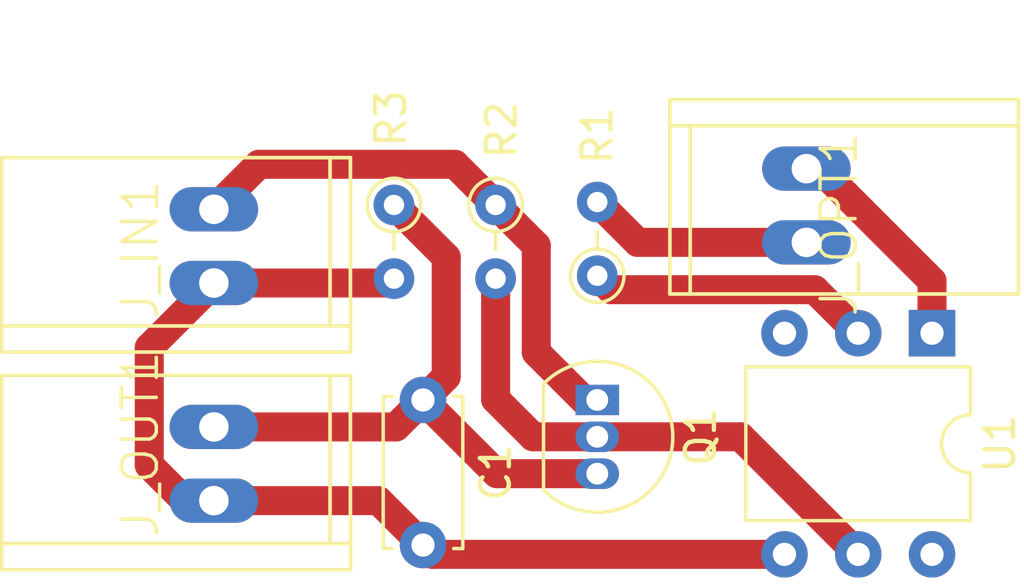
<source format=kicad_pcb>
(kicad_pcb (version 20220914) (generator pcbnew)
  (layers (0 "F.Cu" signal) (31 "B.Cu" signal) (34 "B.Paste" user) (35 "F.Paste" user) (36 "B.SilkS" user "B.Silkscreen") (37 "F.SilkS" user "F.Silkscreen") (38 "B.Mask" user) (39 "F.Mask" user) (44 "Edge.Cuts" user))
  (net 0 "")
  (net 1 "Net-(J_OUT1-Pin_2)")
  (net 2 "GND")
  (net 3 "Net-(U1-Pad1)")
  (net 4 "Net-(U1-Pad2)")
  (net 6 "Net-(R1-Pad2)")
  (net 7 "Net-(R2-Pad1)")
  (net 8 "Net-(R2-Pad2)")
  (footprint "Package_TO_SOT_THT:TO-92_Inline" (layer "F.Cu") (at 91.5 64 -90)
    (fp_text reference "Q1" (at 1.27 -3.56 90) (layer "F.SilkS"))
    (fp_text value "LP0701")
    (fp_line (start -0.53 1.85) (end 3.07 1.85) (stroke (width 0.12)) (layer "F.SilkS"))
    (fp_arc (start -0.568478 1.838478) (mid -1.132087 -0.994977) (end 1.27 -2.6) (stroke (width 0.12)) (layer "F.SilkS"))
    (fp_arc (start 1.27 -2.6) (mid 3.672087 -0.994977) (end 3.108478 1.838478) (stroke (width 0.12)) (layer "F.SilkS"))
    (pad "1" thru_hole rect (at 0 0 270) (size 1.05 1.5) (drill 0.75) (layers *.Cu *.Mask) (net 7 "Net-(R2-Pad1)"))
    (pad "2" thru_hole oval (at 1.27 0 270) (size 1.05 1.5) (drill 0.75) (layers *.Cu *.Mask) (net 8 "Net-(R2-Pad2)"))
    (pad "3" thru_hole oval (at 2.54 0 270) (size 1.05 1.5) (drill 0.75) (layers *.Cu *.Mask) (net 1 "Net-(J_OUT1-Pin_2)"))
  )
  (footprint "Resistor_THT:R_Axial_DIN0204_L3.6mm_D1.6mm_P2.54mm_Vertical" (layer "F.Cu") (at 84.5 57.28 -90)
    (fp_text reference "R3" (at -2.98 0.1 90) (layer "F.SilkS"))
    (fp_text value "R 10k")
    (fp_line (start 0.92 0) (end 1.54 0) (stroke (width 0.12)) (layer "F.SilkS"))
    (fp_circle (center 0 0) (end 0.92 0) (stroke (width 0.12)) (fill none) (layer "F.SilkS"))
    (pad "1" thru_hole circle (at 0 0 270) (size 1.4 1.4) (drill 0.7) (layers *.Cu *.Mask) (net 1 "Net-(J_OUT1-Pin_2)"))
    (pad "2" thru_hole oval (at 2.54 0 270) (size 1.4 1.4) (drill 0.7) (layers *.Cu *.Mask) (net 2 "GND"))
  )
  (footprint "Package_DIP:DIP-6_W7.62mm" (layer "F.Cu") (at 103.025 61.7 -90)
    (fp_text reference "U1" (at 3.81 -2.33 90) (layer "F.SilkS"))
    (fp_text value "MOC8101")
    (fp_line (start 1.16 -1.33) (end 1.16 6.41) (stroke (width 0.12)) (layer "F.SilkS"))
    (fp_line (start 1.16 6.41) (end 6.46 6.41) (stroke (width 0.12)) (layer "F.SilkS"))
    (fp_line (start 2.81 -1.33) (end 1.16 -1.33) (stroke (width 0.12)) (layer "F.SilkS"))
    (fp_line (start 6.46 -1.33) (end 4.81 -1.33) (stroke (width 0.12)) (layer "F.SilkS"))
    (fp_line (start 6.46 6.41) (end 6.46 -1.33) (stroke (width 0.12)) (layer "F.SilkS"))
    (fp_arc (start 4.81 -1.33) (mid 3.81 -0.33) (end 2.81 -1.33) (stroke (width 0.12)) (layer "F.SilkS"))
    (pad "1" thru_hole rect (at 0 0 270) (size 1.6 1.6) (drill 0.8) (layers *.Cu *.Mask) (net 3 "Net-(U1-Pad1)"))
    (pad "2" thru_hole oval (at 0 2.54 270) (size 1.6 1.6) (drill 0.8) (layers *.Cu *.Mask) (net 4 "Net-(U1-Pad2)"))
    (pad "3" thru_hole oval (at 0 5.08 270) (size 1.6 1.6) (drill 0.8) (layers *.Cu *.Mask))
    (pad "4" thru_hole oval (at 7.62 5.08 270) (size 1.6 1.6) (drill 0.8) (layers *.Cu *.Mask) (net 2 "GND"))
    (pad "5" thru_hole oval (at 7.62 2.54 270) (size 1.6 1.6) (drill 0.8) (layers *.Cu *.Mask) (net 8 "Net-(R2-Pad2)"))
    (pad "6" thru_hole oval (at 7.62 0 270) (size 1.6 1.6) (drill 0.8) (layers *.Cu *.Mask))
  )
  (footprint "Resistor_THT:R_Axial_DIN0204_L3.6mm_D1.6mm_P2.54mm_Vertical" (layer "F.Cu") (at 91.5 59.72 90)
    (fp_text reference "R1" (at 4.82 0 90) (layer "F.SilkS"))
    (fp_text value "R_180_0603")
    (fp_line (start 0.92 0) (end 1.54 0) (stroke (width 0.12)) (layer "F.SilkS"))
    (fp_circle (center 0 0) (end 0.92 0) (stroke (width 0.12)) (fill none) (layer "F.SilkS"))
    (pad "1" thru_hole circle (at 0 0 90) (size 1.4 1.4) (drill 0.7) (layers *.Cu *.Mask) (net 4 "Net-(U1-Pad2)"))
    (pad "2" thru_hole oval (at 2.54 0 90) (size 1.4 1.4) (drill 0.7) (layers *.Cu *.Mask) (net 6 "Net-(R1-Pad2)"))
  )
  (footprint "localstuff:1X02_GN" (layer "F.Cu") (at 78.3 66.2 90)
    (fp_text reference "J_OUT1" (at -2.6162 -1.8288 90) (layer "F.SilkS") (effects (font (size 1.2065 1.2065) (thickness 0.12065)) (justify left bottom)))
    (fp_text value "Conn_01x02")
    (fp_line (start -3.65 -7.3) (end -3.65 4.7) (stroke (width 0.127)) (layer "F.SilkS"))
    (fp_line (start -3.65 4.7) (end -2.75 4.7) (stroke (width 0.127)) (layer "F.SilkS"))
    (fp_line (start -2.75 -7.3) (end -3.65 -7.3) (stroke (width 0.127)) (layer "F.SilkS"))
    (fp_line (start -2.75 -7.3) (end -2.75 4) (stroke (width 0.127)) (layer "F.SilkS"))
    (fp_line (start -2.75 4) (end -2.75 4.7) (stroke (width 0.127)) (layer "F.SilkS"))
    (fp_line (start -2.75 4) (end 3.05 4) (stroke (width 0.127)) (layer "F.SilkS"))
    (fp_line (start -2.75 4.7) (end 3.05 4.7) (stroke (width 0.127)) (layer "F.SilkS"))
    (fp_line (start 3.05 -7.3) (end -2.75 -7.3) (stroke (width 0.127)) (layer "F.SilkS"))
    (fp_line (start 3.05 4) (end 3.05 -7.3) (stroke (width 0.127)) (layer "F.SilkS"))
    (fp_line (start 3.05 4.7) (end 3.05 4) (stroke (width 0.127)) (layer "F.SilkS"))
    (pad "1" thru_hole oval (at -1.27 0 180) (size 3.048 1.524) (drill 1.016) (layers *.Cu *.Mask) (net 2 "GND"))
    (pad "2" thru_hole oval (at 1.27 0 180) (size 3.048 1.524) (drill 1.016) (layers *.Cu *.Mask) (net 1 "Net-(J_OUT1-Pin_2)"))
  )
  (footprint "Capacitor_THT:C_Disc_D5.0mm_W2.5mm_P5.00mm" (layer "F.Cu") (at 85.5 64 -90)
    (fp_text reference "C1" (at 2.5 -2.5 90) (layer "F.SilkS"))
    (fp_text value "C")
    (fp_line (start -0.12 -1.37) (end -0.12 -1.055) (stroke (width 0.12)) (layer "F.SilkS"))
    (fp_line (start -0.12 -1.37) (end 5.12 -1.37) (stroke (width 0.12)) (layer "F.SilkS"))
    (fp_line (start -0.12 1.055) (end -0.12 1.37) (stroke (width 0.12)) (layer "F.SilkS"))
    (fp_line (start -0.12 1.37) (end 5.12 1.37) (stroke (width 0.12)) (layer "F.SilkS"))
    (fp_line (start 5.12 -1.37) (end 5.12 -1.055) (stroke (width 0.12)) (layer "F.SilkS"))
    (fp_line (start 5.12 1.055) (end 5.12 1.37) (stroke (width 0.12)) (layer "F.SilkS"))
    (pad "1" thru_hole circle (at 0 0 270) (size 1.6 1.6) (drill 0.8) (layers *.Cu *.Mask) (net 1 "Net-(J_OUT1-Pin_2)"))
    (pad "2" thru_hole circle (at 5 0 270) (size 1.6 1.6) (drill 0.8) (layers *.Cu *.Mask) (net 2 "GND"))
  )
  (footprint "Resistor_THT:R_Axial_DIN0204_L3.6mm_D1.6mm_P2.54mm_Vertical" (layer "F.Cu") (at 88 57.28 -90)
    (fp_text reference "R2" (at -2.58 -0.2 90) (layer "F.SilkS"))
    (fp_text value "R 100k")
    (fp_line (start 0.92 0) (end 1.54 0) (stroke (width 0.12)) (layer "F.SilkS"))
    (fp_circle (center 0 0) (end 0.92 0) (stroke (width 0.12)) (fill none) (layer "F.SilkS"))
    (pad "1" thru_hole circle (at 0 0 270) (size 1.4 1.4) (drill 0.7) (layers *.Cu *.Mask) (net 7 "Net-(R2-Pad1)"))
    (pad "2" thru_hole oval (at 2.54 0 270) (size 1.4 1.4) (drill 0.7) (layers *.Cu *.Mask) (net 8 "Net-(R2-Pad2)"))
  )
  (footprint "localstuff:1X02_GN" (layer "F.Cu") (at 78.3 58.7 90)
    (fp_text reference "J_IN1" (at -2.6162 -1.8288 90) (layer "F.SilkS") (effects (font (size 1.2065 1.2065) (thickness 0.12065)) (justify left bottom)))
    (fp_text value "Conn_01x02")
    (fp_line (start -3.65 -7.3) (end -3.65 4.7) (stroke (width 0.127)) (layer "F.SilkS"))
    (fp_line (start -3.65 4.7) (end -2.75 4.7) (stroke (width 0.127)) (layer "F.SilkS"))
    (fp_line (start -2.75 -7.3) (end -3.65 -7.3) (stroke (width 0.127)) (layer "F.SilkS"))
    (fp_line (start -2.75 -7.3) (end -2.75 4) (stroke (width 0.127)) (layer "F.SilkS"))
    (fp_line (start -2.75 4) (end -2.75 4.7) (stroke (width 0.127)) (layer "F.SilkS"))
    (fp_line (start -2.75 4) (end 3.05 4) (stroke (width 0.127)) (layer "F.SilkS"))
    (fp_line (start -2.75 4.7) (end 3.05 4.7) (stroke (width 0.127)) (layer "F.SilkS"))
    (fp_line (start 3.05 -7.3) (end -2.75 -7.3) (stroke (width 0.127)) (layer "F.SilkS"))
    (fp_line (start 3.05 4) (end 3.05 -7.3) (stroke (width 0.127)) (layer "F.SilkS"))
    (fp_line (start 3.05 4.7) (end 3.05 4) (stroke (width 0.127)) (layer "F.SilkS"))
    (pad "1" thru_hole oval (at -1.27 0 180) (size 3.048 1.524) (drill 1.016) (layers *.Cu *.Mask) (net 2 "GND"))
    (pad "2" thru_hole oval (at 1.27 0 180) (size 3.048 1.524) (drill 1.016) (layers *.Cu *.Mask) (net 7 "Net-(R2-Pad1)"))
  )
  (footprint "localstuff:1X02_GN" (layer "F.Cu") (at 98.7 57.3 -90)
    (fp_text reference "J_OPT1" (at -2.6162 -1.8288 90) (layer "F.SilkS") (effects (font (size 1.2065 1.2065) (thickness 0.12065)) (justify right bottom)))
    (fp_text value "Conn_01x02")
    (fp_line (start -3.65 -7.3) (end -3.65 4.7) (stroke (width 0.127)) (layer "F.SilkS"))
    (fp_line (start -3.65 4.7) (end -2.75 4.7) (stroke (width 0.127)) (layer "F.SilkS"))
    (fp_line (start -2.75 -7.3) (end -3.65 -7.3) (stroke (width 0.127)) (layer "F.SilkS"))
    (fp_line (start -2.75 -7.3) (end -2.75 4) (stroke (width 0.127)) (layer "F.SilkS"))
    (fp_line (start -2.75 4) (end -2.75 4.7) (stroke (width 0.127)) (layer "F.SilkS"))
    (fp_line (start -2.75 4) (end 3.05 4) (stroke (width 0.127)) (layer "F.SilkS"))
    (fp_line (start -2.75 4.7) (end 3.05 4.7) (stroke (width 0.127)) (layer "F.SilkS"))
    (fp_line (start 3.05 -7.3) (end -2.75 -7.3) (stroke (width 0.127)) (layer "F.SilkS"))
    (fp_line (start 3.05 4) (end 3.05 -7.3) (stroke (width 0.127)) (layer "F.SilkS"))
    (fp_line (start 3.05 4.7) (end 3.05 4) (stroke (width 0.127)) (layer "F.SilkS"))
    (pad "1" thru_hole oval (at -1.27 0) (size 3.048 1.524) (drill 1.016) (layers *.Cu *.Mask) (net 3 "Net-(U1-Pad1)"))
    (pad "2" thru_hole oval (at 1.27 0) (size 3.048 1.524) (drill 1.016) (layers *.Cu *.Mask) (net 6 "Net-(R1-Pad2)"))
  )
  (segment (start 88.04 66.54) (end 91.5 66.54) (width 1) (layer "F.Cu") (net 1))
  (segment (start 86.299999 59.079999) (end 86.299999 63.200001) (width 1) (layer "F.Cu") (net 1))
  (segment (start 78.3 64.93) (end 84.57 64.93) (width 1) (layer "F.Cu") (net 1))
  (segment (start 86.299999 63.200001) (end 85.5 64) (width 1) (layer "F.Cu") (net 1))
  (segment (start 84.57 64.93) (end 85.5 64) (width 1) (layer "F.Cu") (net 1))
  (segment (start 84.5 57.28) (end 86.299999 59.079999) (width 1) (layer "F.Cu") (net 1))
  (segment (start 85.5 64) (end 88.04 66.54) (width 1) (layer "F.Cu") (net 1))
  (segment (start 77.3 67.47) (end 76.076 66.246) (width 1) (layer "F.Cu") (net 2))
  (segment (start 83.97 67.47) (end 85.5 69) (width 1) (layer "F.Cu") (net 2))
  (segment (start 76.076 62.194) (end 78.3 59.97) (width 1) (layer "F.Cu") (net 2))
  (segment (start 84.35 59.97) (end 84.5 59.82) (width 1) (layer "F.Cu") (net 2))
  (segment (start 78.3 67.47) (end 83.97 67.47) (width 1) (layer "F.Cu") (net 2))
  (segment (start 76.076 66.246) (end 76.076 62.194) (width 1) (layer "F.Cu") (net 2))
  (segment (start 97.945 69.32) (end 85.82 69.32) (width 1) (layer "F.Cu") (net 2))
  (segment (start 78.3 67.47) (end 77.3 67.47) (width 1) (layer "F.Cu") (net 2))
  (segment (start 85.82 69.32) (end 85.5 69) (width 1) (layer "F.Cu") (net 2))
  (segment (start 78.3 59.97) (end 84.35 59.97) (width 1) (layer "F.Cu") (net 2))
  (segment (start 99.155 56.03) (end 98.7 56.03) (width 1) (layer "F.Cu") (net 3))
  (segment (start 103.025 59.9) (end 99.155 56.03) (width 1) (layer "F.Cu") (net 3))
  (segment (start 103.025 61.7) (end 103.025 59.9) (width 1) (layer "F.Cu") (net 3))
  (segment (start 100.485 61.7) (end 98.985 60.2) (width 1) (layer "F.Cu") (net 4))
  (segment (start 98.985 60.2) (end 91.98 60.2) (width 1) (layer "F.Cu") (net 4))
  (segment (start 91.98 60.2) (end 91.5 59.72) (width 1) (layer "F.Cu") (net 4))
  (segment (start 98.7 58.57) (end 92.89 58.57) (width 1) (layer "F.Cu") (net 6))
  (segment (start 92.89 58.57) (end 91.5 57.18) (width 1) (layer "F.Cu") (net 6))
  (segment (start 91.5 64) (end 91.04 64) (width 1) (layer "F.Cu") (net 7))
  (segment (start 89.4 58.68) (end 89.4 62.36) (width 1) (layer "F.Cu") (net 7))
  (segment (start 79.85 55.88) (end 78.3 57.43) (width 1) (layer "F.Cu") (net 7))
  (segment (start 86.6 55.88) (end 79.85 55.88) (width 1) (layer "F.Cu") (net 7))
  (segment (start 88 57.28) (end 89.4 58.68) (width 1) (layer "F.Cu") (net 7))
  (segment (start 91.04 64) (end 89.4 62.36) (width 1) (layer "F.Cu") (net 7))
  (segment (start 88 57.28) (end 86.6 55.88) (width 1) (layer "F.Cu") (net 7))
  (segment (start 100.485 69.32) (end 96.435 65.27) (width 1) (layer "F.Cu") (net 8))
  (segment (start 88 59.82) (end 88 63.98) (width 1) (layer "F.Cu") (net 8))
  (segment (start 89.29 65.27) (end 91.5 65.27) (width 1) (layer "F.Cu") (net 8))
  (segment (start 96.435 65.27) (end 91.5 65.27) (width 1) (layer "F.Cu") (net 8))
  (segment (start 88 63.98) (end 89.29 65.27) (width 1) (layer "F.Cu") (net 8))
)
</source>
